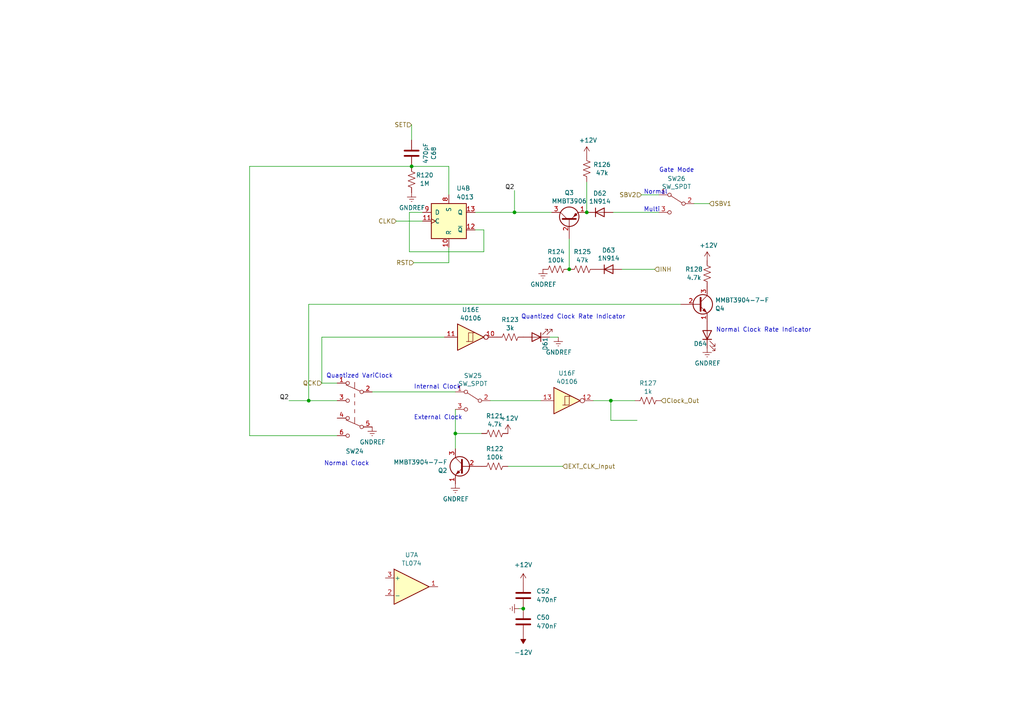
<source format=kicad_sch>
(kicad_sch (version 20230121) (generator eeschema)
  (paper "A4")
  (lib_symbols
    (symbol "4xxx:40106" (pin_names (offset 1.016))
      (property "Reference" "U" (at 0 1.27 0))
      (property "Value" "40106" (at 0 -1.27 0))
      (symbol "40106_1_0"
        (polyline (pts (xy -0.635 -1.27) (xy -0.635 1.27) (xy 0.635 1.27)))
        (polyline (pts (xy -3.81 3.81) (xy -3.81 -3.81) (xy 3.81 0) (xy -3.81 3.81)) (stroke (width 0.254)) (fill (type background)))
        (polyline (pts (xy -1.27 -1.27) (xy 0.635 -1.27) (xy 0.635 1.27) (xy 1.27 1.27)))
        (pin input line (at -7.62 0 0) (length 3.81) (name "~") (number "1"))
        (pin output inverted (at 7.62 0 180) (length 3.81) (name "~") (number "2"))
      )
      (symbol "40106_2_0"
        (polyline (pts (xy -0.635 -1.27) (xy -0.635 1.27) (xy 0.635 1.27)))
        (polyline (pts (xy -3.81 3.81) (xy -3.81 -3.81) (xy 3.81 0) (xy -3.81 3.81)) (stroke (width 0.254)) (fill (type background)))
        (polyline (pts (xy -1.27 -1.27) (xy 0.635 -1.27) (xy 0.635 1.27) (xy 1.27 1.27)))
        (pin input line (at -7.62 0 0) (length 3.81) (name "~") (number "3"))
        (pin output inverted (at 7.62 0 180) (length 3.81) (name "~") (number "4"))
      )
      (symbol "40106_3_0"
        (polyline (pts (xy -0.635 -1.27) (xy -0.635 1.27) (xy 0.635 1.27)))
        (polyline (pts (xy -3.81 3.81) (xy -3.81 -3.81) (xy 3.81 0) (xy -3.81 3.81)) (stroke (width 0.254)) (fill (type background)))
        (polyline (pts (xy -1.27 -1.27) (xy 0.635 -1.27) (xy 0.635 1.27) (xy 1.27 1.27)))
        (pin input line (at -7.62 0 0) (length 3.81) (name "~") (number "5"))
        (pin output inverted (at 7.62 0 180) (length 3.81) (name "~") (number "6"))
      )
      (symbol "40106_4_0"
        (polyline (pts (xy -0.635 -1.27) (xy -0.635 1.27) (xy 0.635 1.27)))
        (polyline (pts (xy -3.81 3.81) (xy -3.81 -3.81) (xy 3.81 0) (xy -3.81 3.81)) (stroke (width 0.254)) (fill (type background)))
        (polyline (pts (xy -1.27 -1.27) (xy 0.635 -1.27) (xy 0.635 1.27) (xy 1.27 1.27)))
        (pin output inverted (at 7.62 0 180) (length 3.81) (name "~") (number "8"))
        (pin input line (at -7.62 0 0) (length 3.81) (name "~") (number "9"))
      )
      (symbol "40106_5_0"
        (polyline (pts (xy -0.635 -1.27) (xy -0.635 1.27) (xy 0.635 1.27)))
        (polyline (pts (xy -3.81 3.81) (xy -3.81 -3.81) (xy 3.81 0) (xy -3.81 3.81)) (stroke (width 0.254)) (fill (type background)))
        (polyline (pts (xy -1.27 -1.27) (xy 0.635 -1.27) (xy 0.635 1.27) (xy 1.27 1.27)))
        (pin output inverted (at 7.62 0 180) (length 3.81) (name "~") (number "10"))
        (pin input line (at -7.62 0 0) (length 3.81) (name "~") (number "11"))
      )
      (symbol "40106_6_0"
        (polyline (pts (xy -0.635 -1.27) (xy -0.635 1.27) (xy 0.635 1.27)))
        (polyline (pts (xy -3.81 3.81) (xy -3.81 -3.81) (xy 3.81 0) (xy -3.81 3.81)) (stroke (width 0.254)) (fill (type background)))
        (polyline (pts (xy -1.27 -1.27) (xy 0.635 -1.27) (xy 0.635 1.27) (xy 1.27 1.27)))
        (pin output inverted (at 7.62 0 180) (length 3.81) (name "~") (number "12"))
        (pin input line (at -7.62 0 0) (length 3.81) (name "~") (number "13"))
      )
      (symbol "40106_7_0"
        (pin power_in line (at 0 12.7 270) (length 5.08) (name "VDD") (number "14"))
        (pin power_in line (at 0 -12.7 90) (length 5.08) (name "VSS") (number "7"))
      )
      (symbol "40106_7_1"
        (rectangle (start -5.08 7.62) (end 5.08 -7.62) (stroke (width 0.254)) (fill (type background)))
      )
    )
    (symbol "4xxx:4013" (pin_names (offset 1.016))
      (property "Reference" "U" (at -7.62 8.89 0))
      (property "Value" "4013" (at -7.62 -8.89 0))
      (symbol "4013_1_1"
        (rectangle (start -5.08 5.08) (end 5.08 -5.08) (stroke (width 0.254)) (fill (type background)))
        (pin output line (at 7.62 2.54 180) (length 2.54) (name "Q") (number "1"))
        (pin output line (at 7.62 -2.54 180) (length 2.54) (name "~{Q}") (number "2"))
        (pin input clock (at -7.62 0 0) (length 2.54) (name "C") (number "3"))
        (pin input line (at 0 -7.62 90) (length 2.54) (name "R") (number "4"))
        (pin input line (at -7.62 2.54 0) (length 2.54) (name "D") (number "5"))
        (pin input line (at 0 7.62 270) (length 2.54) (name "S") (number "6"))
      )
      (symbol "4013_2_1"
        (rectangle (start -5.08 5.08) (end 5.08 -5.08) (stroke (width 0.254)) (fill (type background)))
        (pin input line (at 0 -7.62 90) (length 2.54) (name "R") (number "10"))
        (pin input clock (at -7.62 0 0) (length 2.54) (name "C") (number "11"))
        (pin output line (at 7.62 -2.54 180) (length 2.54) (name "~{Q}") (number "12"))
        (pin output line (at 7.62 2.54 180) (length 2.54) (name "Q") (number "13"))
        (pin input line (at 0 7.62 270) (length 2.54) (name "S") (number "8"))
        (pin input line (at -7.62 2.54 0) (length 2.54) (name "D") (number "9"))
      )
      (symbol "4013_3_0"
        (pin power_in line (at 0 10.16 270) (length 2.54) (name "VDD") (number "14"))
        (pin power_in line (at 0 -10.16 90) (length 2.54) (name "VSS") (number "7"))
      )
      (symbol "4013_3_1"
        (rectangle (start -5.08 7.62) (end 5.08 -7.62) (stroke (width 0.254)) (fill (type background)))
      )
    )
    (symbol "Amplifier_Operational:TL074" (pin_names (offset 0.127))
      (property "Reference" "U" (at 0 5.08 0))
      (property "Value" "TL074" (at 0 -5.08 0))
      (symbol "TL074_1_1"
        (polyline (pts (xy -5.08 5.08) (xy 5.08 0) (xy -5.08 -5.08) (xy -5.08 5.08)) (stroke (width 0.254)) (fill (type background)))
        (pin output line (at 7.62 0 180) (length 2.54) (name "~") (number "1"))
        (pin input line (at -7.62 -2.54 0) (length 2.54) (name "-") (number "2"))
        (pin input line (at -7.62 2.54 0) (length 2.54) (name "+") (number "3"))
      )
      (symbol "TL074_2_1"
        (polyline (pts (xy -5.08 5.08) (xy 5.08 0) (xy -5.08 -5.08) (xy -5.08 5.08)) (stroke (width 0.254)) (fill (type background)))
        (pin input line (at -7.62 2.54 0) (length 2.54) (name "+") (number "5"))
        (pin input line (at -7.62 -2.54 0) (length 2.54) (name "-") (number "6"))
        (pin output line (at 7.62 0 180) (length 2.54) (name "~") (number "7"))
      )
      (symbol "TL074_3_1"
        (polyline (pts (xy -5.08 5.08) (xy 5.08 0) (xy -5.08 -5.08) (xy -5.08 5.08)) (stroke (width 0.254)) (fill (type background)))
        (pin input line (at -7.62 2.54 0) (length 2.54) (name "+") (number "10"))
        (pin output line (at 7.62 0 180) (length 2.54) (name "~") (number "8"))
        (pin input line (at -7.62 -2.54 0) (length 2.54) (name "-") (number "9"))
      )
      (symbol "TL074_4_1"
        (polyline (pts (xy -5.08 5.08) (xy 5.08 0) (xy -5.08 -5.08) (xy -5.08 5.08)) (stroke (width 0.254)) (fill (type background)))
        (pin input line (at -7.62 2.54 0) (length 2.54) (name "+") (number "12"))
        (pin input line (at -7.62 -2.54 0) (length 2.54) (name "-") (number "13"))
        (pin output line (at 7.62 0 180) (length 2.54) (name "~") (number "14"))
      )
      (symbol "TL074_5_1"
        (pin power_in line (at -2.54 -7.62 90) (length 3.81) (name "V-") (number "11"))
        (pin power_in line (at -2.54 7.62 270) (length 3.81) (name "V+") (number "4"))
      )
    )
    (symbol "Device:C" (pin_numbers hide) (pin_names (offset 0.254))
      (property "Reference" "C" (at 0.635 2.54 0))
      (property "Value" "C" (at 0.635 -2.54 0))
      (symbol "C_0_1"
        (polyline (pts (xy -2.032 -0.762) (xy 2.032 -0.762)) (stroke (width 0.508)))
        (polyline (pts (xy -2.032 0.762) (xy 2.032 0.762)) (stroke (width 0.508)))
      )
      (symbol "C_1_1"
        (pin passive line (at 0 3.81 270) (length 2.794) (name "~") (number "1"))
        (pin passive line (at 0 -3.81 90) (length 2.794) (name "~") (number "2"))
      )
    )
    (symbol "Device:LED" (pin_numbers hide) (pin_names (offset 1.016) hide)
      (property "Reference" "D" (at 0 2.54 0))
      (property "Value" "LED" (at 0 -2.54 0))
      (symbol "LED_0_1"
        (polyline (pts (xy -1.27 -1.27) (xy -1.27 1.27)) (stroke (width 0.254)))
        (polyline (pts (xy -1.27 0) (xy 1.27 0)))
        (polyline (pts (xy 1.27 -1.27) (xy 1.27 1.27) (xy -1.27 0) (xy 1.27 -1.27)) (stroke (width 0.254)))
        (polyline (pts (xy -3.048 -0.762) (xy -4.572 -2.286) (xy -3.81 -2.286) (xy -4.572 -2.286) (xy -4.572 -1.524)))
        (polyline (pts (xy -1.778 -0.762) (xy -3.302 -2.286) (xy -2.54 -2.286) (xy -3.302 -2.286) (xy -3.302 -1.524)))
      )
      (symbol "LED_1_1"
        (pin passive line (at -3.81 0 0) (length 2.54) (name "K") (number "1"))
        (pin passive line (at 3.81 0 180) (length 2.54) (name "A") (number "2"))
      )
    )
    (symbol "Device:R_US" (pin_numbers hide) (pin_names (offset 0))
      (property "Reference" "R" (at 2.54 0 90))
      (property "Value" "R_US" (at -2.54 0 90))
      (symbol "R_US_0_1"
        (polyline (pts (xy 0 -2.286) (xy 0 -2.54)))
        (polyline (pts (xy 0 2.286) (xy 0 2.54)))
        (polyline (pts (xy 0 -0.762) (xy 1.016 -1.143) (xy 0 -1.524) (xy -1.016 -1.905) (xy 0 -2.286)))
        (polyline (pts (xy 0 0.762) (xy 1.016 0.381) (xy 0 0) (xy -1.016 -0.381) (xy 0 -0.762)))
        (polyline (pts (xy 0 2.286) (xy 1.016 1.905) (xy 0 1.524) (xy -1.016 1.143) (xy 0 0.762)))
      )
      (symbol "R_US_1_1"
        (pin passive line (at 0 3.81 270) (length 1.27) (name "~") (number "1"))
        (pin passive line (at 0 -3.81 90) (length 1.27) (name "~") (number "2"))
      )
    )
    (symbol "Diode:1N914" (pin_numbers hide) (pin_names hide)
      (property "Reference" "D" (at 0 2.54 0))
      (property "Value" "1N914" (at 0 -2.54 0))
      (symbol "1N914_0_1"
        (polyline (pts (xy -1.27 1.27) (xy -1.27 -1.27)) (stroke (width 0.254)))
        (polyline (pts (xy 1.27 0) (xy -1.27 0)))
        (polyline (pts (xy 1.27 1.27) (xy 1.27 -1.27) (xy -1.27 0) (xy 1.27 1.27)) (stroke (width 0.254)))
      )
      (symbol "1N914_1_1"
        (pin passive line (at -3.81 0 0) (length 2.54) (name "K") (number "1"))
        (pin passive line (at 3.81 0 180) (length 2.54) (name "A") (number "2"))
      )
    )
    (symbol "Switch:SW_Push_DPDT" (pin_names (offset 0) hide)
      (property "Reference" "SW" (at 0 8.89 0))
      (property "Value" "SW_Push_DPDT" (at 0 -10.16 0))
      (symbol "SW_Push_DPDT_0_0"
        (circle (center -2.032 -5.08) (radius 0.508))
        (circle (center -2.032 5.08) (radius 0.508))
        (circle (center 2.032 -7.62) (radius 0.508))
        (circle (center 2.032 2.54) (radius 0.508))
      )
      (symbol "SW_Push_DPDT_0_1"
        (polyline (pts (xy -1.524 -4.826) (xy 2.54 -3.048)))
        (polyline (pts (xy -1.524 5.334) (xy 2.54 7.112)))
        (polyline (pts (xy 0 -2.286) (xy 0 -4.064)))
        (polyline (pts (xy 0 -1.016) (xy 0 0)))
        (polyline (pts (xy 0 1.27) (xy 0 2.286)))
        (polyline (pts (xy 0 3.556) (xy 0 4.572)))
        (polyline (pts (xy 0 7.874) (xy 0 6.096)))
        (circle (center 2.032 -2.54) (radius 0.508))
        (circle (center 2.032 7.62) (radius 0.508))
      )
      (symbol "SW_Push_DPDT_1_1"
        (pin passive line (at 5.08 7.62 180) (length 2.54) (name "A") (number "1"))
        (pin passive line (at -5.08 5.08 0) (length 2.54) (name "B") (number "2"))
        (pin passive line (at 5.08 2.54 180) (length 2.54) (name "C") (number "3"))
        (pin passive line (at 5.08 -2.54 180) (length 2.54) (name "A") (number "4"))
        (pin passive line (at -5.08 -5.08 0) (length 2.54) (name "B") (number "5"))
        (pin passive line (at 5.08 -7.62 180) (length 2.54) (name "C") (number "6"))
      )
    )
    (symbol "Switch:SW_SPDT" (pin_names (offset 0) hide)
      (property "Reference" "SW" (at 0 4.318 0))
      (property "Value" "SW_SPDT" (at 0 -5.08 0))
      (symbol "SW_SPDT_0_0"
        (circle (center -2.032 0) (radius 0.508))
        (circle (center 2.032 -2.54) (radius 0.508))
      )
      (symbol "SW_SPDT_0_1"
        (polyline (pts (xy -1.524 0.254) (xy 1.651 2.286)))
        (circle (center 2.032 2.54) (radius 0.508))
      )
      (symbol "SW_SPDT_1_1"
        (pin passive line (at 5.08 2.54 180) (length 2.54) (name "A") (number "1"))
        (pin passive line (at -5.08 0 0) (length 2.54) (name "B") (number "2"))
        (pin passive line (at 5.08 -2.54 180) (length 2.54) (name "C") (number "3"))
      )
    )
    (symbol "Transistor_BJT:2N3904" (pin_names (offset 0) hide)
      (property "Reference" "Q" (at 5.08 1.905 0))
      (property "Value" "2N3904" (at 5.08 0 0))
      (symbol "2N3904_0_1"
        (polyline (pts (xy 0.635 0.635) (xy 2.54 2.54)))
        (polyline (pts (xy 0.635 -0.635) (xy 2.54 -2.54) (xy 2.54 -2.54)))
        (polyline (pts (xy 0.635 1.905) (xy 0.635 -1.905) (xy 0.635 -1.905)) (stroke (width 0.508)))
        (polyline (pts (xy 1.27 -1.778) (xy 1.778 -1.27) (xy 2.286 -2.286) (xy 1.27 -1.778) (xy 1.27 -1.778)) (fill (type outline)))
        (circle (center 1.27 0) (radius 2.8194) (stroke (width 0.254)))
      )
      (symbol "2N3904_1_1"
        (pin passive line (at 2.54 -5.08 90) (length 2.54) (name "E") (number "1"))
        (pin passive line (at -5.08 0 0) (length 5.715) (name "B") (number "2"))
        (pin passive line (at 2.54 5.08 270) (length 2.54) (name "C") (number "3"))
      )
    )
    (symbol "Transistor_BJT:2N3906" (pin_names (offset 0) hide)
      (property "Reference" "Q" (at 5.08 1.905 0))
      (property "Value" "2N3906" (at 5.08 0 0))
      (symbol "2N3906_0_1"
        (polyline (pts (xy 0.635 0.635) (xy 2.54 2.54)))
        (polyline (pts (xy 0.635 -0.635) (xy 2.54 -2.54) (xy 2.54 -2.54)))
        (polyline (pts (xy 0.635 1.905) (xy 0.635 -1.905) (xy 0.635 -1.905)) (stroke (width 0.508)))
        (polyline (pts (xy 2.286 -1.778) (xy 1.778 -2.286) (xy 1.27 -1.27) (xy 2.286 -1.778) (xy 2.286 -1.778)) (fill (type outline)))
        (circle (center 1.27 0) (radius 2.8194) (stroke (width 0.254)))
      )
      (symbol "2N3906_1_1"
        (pin passive line (at 2.54 -5.08 90) (length 2.54) (name "E") (number "1"))
        (pin input line (at -5.08 0 0) (length 5.715) (name "B") (number "2"))
        (pin passive line (at 2.54 5.08 270) (length 2.54) (name "C") (number "3"))
      )
    )
    (symbol "power:+12V" (power) (pin_names (offset 0))
      (property "Value" "+12V" (at 0 3.556 0))
      (symbol "+12V_0_1"
        (polyline (pts (xy -0.762 1.27) (xy 0 2.54)))
        (polyline (pts (xy 0 0) (xy 0 2.54)))
        (polyline (pts (xy 0 2.54) (xy 0.762 1.27)))
      )
      (symbol "+12V_1_1"
        (pin power_in line (at 0 0 90) (length 0) hide (name "+12V") (number "1"))
      )
    )
    (symbol "power:-12V" (power) (pin_names (offset 0))
      (property "Value" "-12V" (at 0 3.81 0))
      (symbol "-12V_0_0"
        (pin power_in line (at 0 0 90) (length 0) hide (name "-12V") (number "1"))
      )
      (symbol "-12V_0_1"
        (polyline (pts (xy 0 0) (xy 0 1.27) (xy 0.762 1.27) (xy 0 2.54) (xy -0.762 1.27) (xy 0 1.27)) (fill (type outline)))
      )
    )
    (symbol "power:GNDREF" (power) (pin_names (offset 0))
      (property "Value" "GNDREF" (at 0 -3.81 0))
      (symbol "GNDREF_0_1"
        (polyline (pts (xy -0.635 -1.905) (xy 0.635 -1.905)))
        (polyline (pts (xy -0.127 -2.54) (xy 0.127 -2.54)))
        (polyline (pts (xy 0 -1.27) (xy 0 0)))
        (polyline (pts (xy 1.27 -1.27) (xy -1.27 -1.27)))
      )
      (symbol "GNDREF_1_1"
        (pin power_in line (at 0 0 270) (length 0) hide (name "GNDREF") (number "1"))
      )
    )
  )
  (junction (at 132.08 125.73))
  (junction (at 149.225 61.595))
  (junction (at 165.1 78.105))
  (junction (at 89.535 116.205))
  (junction (at 151.765 176.53))
  (junction (at 170.18 61.595))
  (junction (at 177.165 116.205))
  (junction (at 119.38 48.26))
  (wire (pts (xy 159.385 97.79) (xy 161.925 97.79)))
  (wire (pts (xy 114.935 64.135) (xy 122.555 64.135)))
  (wire (pts (xy 130.175 56.515) (xy 130.175 48.26)))
  (wire (pts (xy 140.335 66.675) (xy 137.795 66.675)))
  (wire (pts (xy 180.34 78.105) (xy 189.865 78.105)))
  (wire (pts (xy 97.79 116.205) (xy 89.535 116.205)))
  (wire (pts (xy 177.165 121.92) (xy 184.785 121.92)))
  (wire (pts (xy 149.225 55.245) (xy 149.225 61.595)))
  (wire (pts (xy 149.225 61.595) (xy 160.02 61.595)))
  (wire (pts (xy 130.175 71.755) (xy 130.175 76.2)))
  (wire (pts (xy 142.24 116.205) (xy 156.845 116.205)))
  (wire (pts (xy 165.1 69.215) (xy 165.1 78.105)))
  (wire (pts (xy 177.165 116.205) (xy 184.15 116.205)))
  (wire (pts (xy 83.82 116.205) (xy 89.535 116.205)))
  (wire (pts (xy 132.08 118.745) (xy 132.08 125.73)))
  (wire (pts (xy 137.795 61.595) (xy 149.225 61.595)))
  (wire (pts (xy 89.535 116.205) (xy 89.535 88.265)))
  (wire (pts (xy 93.345 111.125) (xy 93.345 97.79)))
  (wire (pts (xy 177.165 116.205) (xy 177.165 121.92)))
  (wire (pts (xy 120.015 76.2) (xy 130.175 76.2)))
  (wire (pts (xy 186.055 56.515) (xy 191.135 56.515)))
  (wire (pts (xy 119.38 36.195) (xy 119.38 40.64)))
  (wire (pts (xy 172.085 116.205) (xy 177.165 116.205)))
  (wire (pts (xy 72.39 48.26) (xy 72.39 126.365)))
  (wire (pts (xy 132.08 125.73) (xy 139.7 125.73)))
  (wire (pts (xy 140.335 73.025) (xy 140.335 66.675)))
  (wire (pts (xy 122.555 61.595) (xy 118.745 61.595)))
  (wire (pts (xy 93.345 97.79) (xy 128.905 97.79)))
  (wire (pts (xy 89.535 88.265) (xy 197.485 88.265)))
  (wire (pts (xy 147.32 135.255) (xy 163.195 135.255)))
  (wire (pts (xy 118.745 73.025) (xy 140.335 73.025)))
  (wire (pts (xy 170.18 52.705) (xy 170.18 61.595)))
  (wire (pts (xy 132.08 125.73) (xy 132.08 130.175)))
  (wire (pts (xy 119.38 48.26) (xy 72.39 48.26)))
  (wire (pts (xy 201.295 59.055) (xy 205.74 59.055)))
  (wire (pts (xy 130.175 48.26) (xy 119.38 48.26)))
  (wire (pts (xy 177.8 61.595) (xy 191.135 61.595)))
  (wire (pts (xy 107.95 113.665) (xy 132.08 113.665)))
  (wire (pts (xy 93.345 111.125) (xy 97.79 111.125)))
  (wire (pts (xy 150.495 176.53) (xy 151.765 176.53)))
  (wire (pts (xy 118.745 61.595) (xy 118.745 73.025)))
  (wire (pts (xy 72.39 126.365) (xy 97.79 126.365)))
  (text "Normal" (at 186.69 56.515 0) (effects (font (size 1.27 1.27)) (justify left bottom)))
  (text "Normal Clock" (at 93.98 135.255 0) (effects (font (size 1.27 1.27)) (justify left bottom)))
  (text "Quantized VariClock\n" (at 94.615 109.855 0) (effects (font (size 1.27 1.27)) (justify left bottom)))
  (text "External Clock\n" (at 120.015 121.92 0) (effects (font (size 1.27 1.27)) (justify left bottom)))
  (text "Quantized Clock Rate Indicator" (at 151.13 92.71 0) (effects (font (size 1.27 1.27)) (justify left bottom)))
  (text "Normal Clock Rate Indicator" (at 207.645 96.52 0) (effects (font (size 1.27 1.27)) (justify left bottom)))
  (text "Multi" (at 186.69 61.595 0) (effects (font (size 1.27 1.27)) (justify left bottom)))
  (text "Gate Mode" (at 191.135 50.165 0) (effects (font (size 1.27 1.27)) (justify left bottom)))
  (text "Internal Clock\n" (at 120.015 113.03 0) (effects (font (size 1.27 1.27)) (justify left bottom)))
  (label "Q2" (at 83.82 116.205 180))
  (label "Q2" (at 149.225 55.245 180))
  (hierarchical_label "SBV2" (shape input) (at 186.055 56.515 180))
  (hierarchical_label "SET" (shape input) (at 119.38 36.195 180))
  (hierarchical_label "RST" (shape input) (at 120.015 76.2 180))
  (hierarchical_label "Clock_Out" (shape input) (at 191.77 116.205 0))
  (hierarchical_label "CLK" (shape input) (at 114.935 64.135 180))
  (hierarchical_label "INH" (shape input) (at 189.865 78.105 0))
  (hierarchical_label "SBV1" (shape input) (at 205.74 59.055 0))
  (hierarchical_label "QCK" (shape input) (at 93.345 111.125 180))
  (hierarchical_label "EXT_CLK_Input" (shape input) (at 163.195 135.255 0))
  (symbol (lib_id "Device:R_US") (at 168.91 78.105 90) (unit 1)
    (property "Reference" "R125" (at 168.91 73.025 90))
    (property "Value" "47k" (at 168.91 75.4492 90))
    (property "Footprint" "Resistor_SMD:R_0603_1608Metric" (effects hide))
    (instances (project "SoundLab16StepSequencer" (path "" (reference "R125") (unit 1))) (project "AnalogTestBoard2" (path "" (reference "R?") (unit 1)) (path "" (reference "R?") (unit 1)) (path "" (reference "R?") (unit 1))) (project "SynthProj" (path "" (reference "R?") (unit 1)) (path "" (reference "R?") (unit 1)) (path "" (reference "R342") (unit 1))))
  )
  (symbol (lib_id "power:-12V") (at 151.765 184.15 180) (unit 1)
    (property "Reference" "#PWR0145" (effects hide))
    (property "Value" "-12V" (at 151.765 189.23 0))
    (instances (project "SoundLab16StepSequencer" (path "" (reference "#PWR0145") (unit 1)) (path "" (reference "#PWR0193") (unit 1)) (path "" (reference "#PWR0176") (unit 1))) (project "AnalogTestBoard2" (path "" (reference "#PWR?") (unit 1))) (project "SynthProj" (path "" (reference "#PWR0249") (unit 1))))
  )
  (symbol (lib_id "Diode:1N914") (at 173.99 61.595 0) (unit 1)
    (property "Reference" "D62" (at 173.99 56.0832 0))
    (property "Value" "1N914" (at 173.99 58.3946 0))
    (property "Footprint" "Diode_SMD:D_SOD-323F" (effects hide))
    (property "Datasheet" "http://www.vishay.com/docs/85622/1n914.pdf" (effects hide))
    (instances (project "SoundLab16StepSequencer" (path "" (reference "D62") (unit 1))) (project "SynthProj" (path "" (reference "D?") (unit 1)) (path "" (reference "D?") (unit 1)) (path "" (reference "D?") (unit 1)) (path "" (reference "D?") (unit 1)) (path "" (reference "D97") (unit 1))))
  )
  (symbol (lib_id "Transistor_BJT:2N3904") (at 134.62 135.255 0) (mirror y) (unit 1)
    (property "Reference" "Q2" (at 129.7686 136.4671 0) (effects (justify left)))
    (property "Value" "MMBT3904-7-F" (at 129.7686 134.0429 0) (effects (justify left)))
    (property "Footprint" "Package_TO_SOT_SMD:SOT-23-3" (effects hide))
    (property "Datasheet" "https://www.onsemi.com/pub/Collateral/2N3903-D.PDF" (effects hide))
    (instances (project "SoundLab16StepSequencer" (path "" (reference "Q2") (unit 1))) (project "SynthProj" (path "" (reference "Q25") (unit 1))))
  )
  (symbol (lib_id "Diode:1N914") (at 176.53 78.105 0) (unit 1)
    (property "Reference" "D63" (at 176.53 72.5932 0))
    (property "Value" "1N914" (at 176.53 74.9046 0))
    (property "Footprint" "Diode_SMD:D_SOD-323F" (effects hide))
    (property "Datasheet" "http://www.vishay.com/docs/85622/1n914.pdf" (effects hide))
    (instances (project "SoundLab16StepSequencer" (path "" (reference "D63") (unit 1))) (project "SynthProj" (path "" (reference "D?") (unit 1)) (path "" (reference "D?") (unit 1)) (path "" (reference "D?") (unit 1)) (path "" (reference "D?") (unit 1)) (path "" (reference "D98") (unit 1))))
  )
  (symbol (lib_id "Device:C") (at 119.38 44.45 180) (unit 1)
    (property "Reference" "C68" (at 125.7808 44.45 90))
    (property "Value" "470pF" (at 123.4694 44.45 90))
    (property "Footprint" "Capacitor_SMD:C_0603_1608Metric" (effects hide))
    (instances (project "SoundLab16StepSequencer" (path "" (reference "C68") (unit 1))) (project "SynthProj" (path "" (reference "C?") (unit 1)) (path "" (reference "C?") (unit 1)) (path "" (reference "C?") (unit 1)) (path "" (reference "C181") (unit 1))))
  )
  (symbol (lib_id "power:GNDREF") (at 119.38 55.88 0) (unit 1)
    (property "Reference" "#PWR0173" (effects hide))
    (property "Value" "GNDREF" (at 119.507 60.2742 0))
    (instances (project "SoundLab16StepSequencer" (path "" (reference "#PWR0173") (unit 1))) (project "SynthProj" (path "" (reference "#PWR?") (unit 1)) (path "" (reference "#PWR?") (unit 1)) (path "" (reference "#PWR?") (unit 1)) (path "" (reference "#PWR0410") (unit 1))))
  )
  (symbol (lib_id "power:GNDREF") (at 132.08 140.335 0) (unit 1)
    (property "Reference" "#PWR0174" (effects hide))
    (property "Value" "GNDREF" (at 132.207 144.7292 0))
    (instances (project "SoundLab16StepSequencer" (path "" (reference "#PWR0174") (unit 1))) (project "SynthProj" (path "" (reference "#PWR?") (unit 1)) (path "" (reference "#PWR?") (unit 1)) (path "" (reference "#PWR?") (unit 1)) (path "" (reference "#PWR0411") (unit 1))))
  )
  (symbol (lib_id "Transistor_BJT:2N3906") (at 165.1 64.135 90) (unit 1)
    (property "Reference" "Q3" (at 165.1 55.9013 90))
    (property "Value" "MMBT3906" (at 165.1 58.3255 90))
    (property "Footprint" "Package_TO_SOT_SMD:SOT-23-3" (effects hide))
    (property "Datasheet" "https://www.onsemi.com/pub/Collateral/2N3906-D.PDF" (effects hide))
    (instances (project "SoundLab16StepSequencer" (path "" (reference "Q3") (unit 1))) (project "SynthProj" (path "" (reference "Q26") (unit 1))))
  )
  (symbol (lib_id "Device:R_US") (at 187.96 116.205 90) (unit 1)
    (property "Reference" "R127" (at 187.96 111.125 90))
    (property "Value" "1k" (at 187.96 113.5492 90))
    (property "Footprint" "Resistor_SMD:R_0603_1608Metric" (effects hide))
    (instances (project "SoundLab16StepSequencer" (path "" (reference "R127") (unit 1))) (project "AnalogTestBoard2" (path "" (reference "R?") (unit 1)) (path "" (reference "R?") (unit 1)) (path "" (reference "R?") (unit 1))) (project "SynthProj" (path "" (reference "R?") (unit 1)) (path "" (reference "R?") (unit 1)) (path "" (reference "R344") (unit 1))))
  )
  (symbol (lib_id "Switch:SW_Push_DPDT") (at 102.87 118.745 0) (mirror y) (unit 1)
    (property "Reference" "SW24" (at 102.87 130.8903 0))
    (property "Value" "SW_Push_DPDT" (effects hide))
    (property "Footprint" "SynthProjConnectors:MTS-203-A1-T0" (effects hide))
    (instances (project "SoundLab16StepSequencer" (path "" (reference "SW24") (unit 1))) (project "AnalogTestBoard2" (path "" (reference "SW?") (unit 1))) (project "SynthProj" (path "" (reference "SW?") (unit 1)) (path "" (reference "SW48") (unit 1))))
  )
  (symbol (lib_id "power:GNDREF") (at 107.95 123.825 0) (unit 1)
    (property "Reference" "#PWR0172" (effects hide))
    (property "Value" "GNDREF" (at 108.077 128.2192 0))
    (instances (project "SoundLab16StepSequencer" (path "" (reference "#PWR0172") (unit 1))) (project "SynthProj" (path "" (reference "#PWR?") (unit 1)) (path "" (reference "#PWR?") (unit 1)) (path "" (reference "#PWR?") (unit 1)) (path "" (reference "#PWR0409") (unit 1))))
  )
  (symbol (lib_id "Device:R_US") (at 147.955 97.79 90) (unit 1)
    (property "Reference" "R123" (at 147.955 92.71 90))
    (property "Value" "3k" (at 147.955 95.1342 90))
    (property "Footprint" "Resistor_SMD:R_0603_1608Metric" (effects hide))
    (instances (project "SoundLab16StepSequencer" (path "" (reference "R123") (unit 1))) (project "AnalogTestBoard2" (path "" (reference "R?") (unit 1)) (path "" (reference "R?") (unit 1)) (path "" (reference "R?") (unit 1))) (project "SynthProj" (path "" (reference "R?") (unit 1)) (path "" (reference "R?") (unit 1)) (path "" (reference "R340") (unit 1))))
  )
  (symbol (lib_id "power:+12V") (at 205.105 75.565 0) (unit 1)
    (property "Reference" "#PWR0182" (effects hide))
    (property "Value" "+12V" (at 205.486 71.1708 0))
    (instances (project "SoundLab16StepSequencer" (path "" (reference "#PWR0182") (unit 1))) (project "SynthProj" (path "" (reference "#PWR?") (unit 1)) (path "" (reference "#PWR?") (unit 1)) (path "" (reference "#PWR?") (unit 1)) (path "" (reference "#PWR0419") (unit 1))))
  )
  (symbol (lib_id "Device:C") (at 151.765 180.34 0) (unit 1)
    (property "Reference" "C50" (at 155.575 179.07 0) (effects (justify left)))
    (property "Value" "470nF" (at 155.575 181.61 0) (effects (justify left)))
    (property "Footprint" "Capacitor_SMD:C_0805_2012Metric" (effects hide))
    (instances (project "SoundLab16StepSequencer" (path "" (reference "C50") (unit 1)) (path "" (reference "C35") (unit 1)) (path "" (reference "C39") (unit 1))) (project "AnalogTestBoard2" (path "" (reference "C?") (unit 1))) (project "SynthProj" (path "" (reference "C104") (unit 1))))
  )
  (symbol (lib_id "Device:R_US") (at 205.105 79.375 180) (unit 1)
    (property "Reference" "R128" (at 201.295 78.105 0))
    (property "Value" "4.7k" (at 201.295 80.5292 0))
    (property "Footprint" "Resistor_SMD:R_0603_1608Metric" (effects hide))
    (instances (project "SoundLab16StepSequencer" (path "" (reference "R128") (unit 1))) (project "AnalogTestBoard2" (path "" (reference "R?") (unit 1)) (path "" (reference "R?") (unit 1)) (path "" (reference "R?") (unit 1))) (project "SynthProj" (path "" (reference "R?") (unit 1)) (path "" (reference "R?") (unit 1)) (path "" (reference "R345") (unit 1))))
  )
  (symbol (lib_id "Device:R_US") (at 143.51 125.73 90) (unit 1)
    (property "Reference" "R121" (at 143.51 120.65 90))
    (property "Value" "4.7k" (at 143.51 123.0742 90))
    (property "Footprint" "Resistor_SMD:R_0603_1608Metric" (effects hide))
    (instances (project "SoundLab16StepSequencer" (path "" (reference "R121") (unit 1))) (project "AnalogTestBoard2" (path "" (reference "R?") (unit 1)) (path "" (reference "R?") (unit 1)) (path "" (reference "R?") (unit 1))) (project "SynthProj" (path "" (reference "R?") (unit 1)) (path "" (reference "R?") (unit 1)) (path "" (reference "R338") (unit 1))))
  )
  (symbol (lib_id "Device:R_US") (at 143.51 135.255 90) (unit 1)
    (property "Reference" "R122" (at 143.51 130.175 90))
    (property "Value" "100k" (at 143.51 132.5992 90))
    (property "Footprint" "Resistor_SMD:R_0603_1608Metric" (effects hide))
    (instances (project "SoundLab16StepSequencer" (path "" (reference "R122") (unit 1))) (project "AnalogTestBoard2" (path "" (reference "R?") (unit 1)) (path "" (reference "R?") (unit 1)) (path "" (reference "R?") (unit 1))) (project "SynthProj" (path "" (reference "R?") (unit 1)) (path "" (reference "R?") (unit 1)) (path "" (reference "R339") (unit 1))))
  )
  (symbol (lib_id "Device:C") (at 151.765 172.72 0) (unit 1)
    (property "Reference" "C52" (at 155.575 171.45 0) (effects (justify left)))
    (property "Value" "470nF" (at 155.575 173.99 0) (effects (justify left)))
    (property "Footprint" "Capacitor_SMD:C_0805_2012Metric" (effects hide))
    (instances (project "SoundLab16StepSequencer" (path "" (reference "C52") (unit 1)) (path "" (reference "C34") (unit 1)) (path "" (reference "C38") (unit 1))) (project "AnalogTestBoard2" (path "" (reference "C?") (unit 1))) (project "SynthProj" (path "" (reference "C104") (unit 1))))
  )
  (symbol (lib_id "power:+12V") (at 170.18 45.085 0) (unit 1)
    (property "Reference" "#PWR0181" (effects hide))
    (property "Value" "+12V" (at 170.561 40.6908 0))
    (instances (project "SoundLab16StepSequencer" (path "" (reference "#PWR0181") (unit 1))) (project "SynthProj" (path "" (reference "#PWR?") (unit 1)) (path "" (reference "#PWR?") (unit 1)) (path "" (reference "#PWR?") (unit 1)) (path "" (reference "#PWR0418") (unit 1))))
  )
  (symbol (lib_id "power:GNDREF") (at 150.495 176.53 270) (unit 1)
    (property "Reference" "#PWR0143" (effects hide))
    (property "Value" "GNDREF" (effects hide))
    (instances (project "SoundLab16StepSequencer" (path "" (reference "#PWR0143") (unit 1)) (path "" (reference "#PWR0191") (unit 1)) (path "" (reference "#PWR0148") (unit 1))) (project "AnalogTestBoard2" (path "" (reference "#PWR?") (unit 1))) (project "SynthProj" (path "" (reference "#PWR0247") (unit 1))))
  )
  (symbol (lib_id "Transistor_BJT:2N3904") (at 202.565 88.265 0) (unit 1)
    (property "Reference" "Q4" (at 207.4164 89.4771 0) (effects (justify left)))
    (property "Value" "MMBT3904-7-F" (at 207.4164 87.0529 0) (effects (justify left)))
    (property "Footprint" "Package_TO_SOT_SMD:SOT-23-3" (effects hide))
    (property "Datasheet" "https://www.onsemi.com/pub/Collateral/2N3903-D.PDF" (effects hide))
    (instances (project "SoundLab16StepSequencer" (path "" (reference "Q4") (unit 1))) (project "SynthProj" (path "" (reference "Q27") (unit 1))))
  )
  (symbol (lib_id "power:+12V") (at 151.765 168.91 0) (unit 1)
    (property "Reference" "#PWR0144" (effects hide))
    (property "Value" "+12V" (at 151.765 163.83 0))
    (instances (project "SoundLab16StepSequencer" (path "" (reference "#PWR0144") (unit 1)) (path "" (reference "#PWR0192") (unit 1)) (path "" (reference "#PWR0175") (unit 1))) (project "AnalogTestBoard2" (path "" (reference "#PWR?") (unit 1))) (project "SynthProj" (path "" (reference "#PWR0248") (unit 1))))
  )
  (symbol (lib_id "Device:R_US") (at 170.18 48.895 180) (unit 1)
    (property "Reference" "R126" (at 174.625 47.7408 0))
    (property "Value" "47k" (at 174.625 50.165 0))
    (property "Footprint" "Resistor_SMD:R_0603_1608Metric" (effects hide))
    (instances (project "SoundLab16StepSequencer" (path "" (reference "R126") (unit 1))) (project "AnalogTestBoard2" (path "" (reference "R?") (unit 1)) (path "" (reference "R?") (unit 1)) (path "" (reference "R?") (unit 1))) (project "SynthProj" (path "" (reference "R?") (unit 1)) (path "" (reference "R?") (unit 1)) (path "" (reference "R343") (unit 1))))
  )
  (symbol (lib_id "power:GNDREF") (at 161.925 97.79 0) (unit 1)
    (property "Reference" "#PWR0180" (effects hide))
    (property "Value" "GNDREF" (at 162.052 102.1842 0))
    (instances (project "SoundLab16StepSequencer" (path "" (reference "#PWR0180") (unit 1))) (project "SynthProj" (path "" (reference "#PWR?") (unit 1)) (path "" (reference "#PWR?") (unit 1)) (path "" (reference "#PWR?") (unit 1)) (path "" (reference "#PWR0417") (unit 1))))
  )
  (symbol (lib_id "Switch:SW_SPDT") (at 196.215 59.055 0) (mirror y) (unit 1)
    (property "Reference" "SW26" (at 196.215 51.816 0))
    (property "Value" "SW_SPDT" (at 196.215 54.1274 0))
    (property "Footprint" "SynthProjConnectors:MTS-103-A01-T0" (effects hide))
    (instances (project "SoundLab16StepSequencer" (path "" (reference "SW26") (unit 1))) (project "SynthProj" (path "" (reference "SW?") (unit 1)) (path "" (reference "SW50") (unit 1))))
  )
  (symbol (lib_id "4xxx:40106") (at 136.525 97.79 0) (unit 5)
    (property "Reference" "U16" (at 136.525 89.8357 0))
    (property "Value" "40106" (at 136.525 92.2599 0))
    (property "Footprint" "Package_SO:SOIC-14_3.9x8.7mm_P1.27mm" (effects hide))
    (property "Datasheet" "https://assets.nexperia.com/documents/data-sheet/HEF40106B.pdf" (effects hide))
    (instances (project "SoundLab16StepSequencer" (path "" (reference "U16") (unit 5))) (project "SynthProj" (path "" (reference "U?") (unit 5)) (path "" (reference "U34") (unit 5))))
  )
  (symbol (lib_id "power:GNDREF") (at 205.105 100.965 0) (unit 1)
    (property "Reference" "#PWR0183" (effects hide))
    (property "Value" "GNDREF" (at 205.232 105.3592 0))
    (instances (project "SoundLab16StepSequencer" (path "" (reference "#PWR0183") (unit 1))) (project "SynthProj" (path "" (reference "#PWR?") (unit 1)) (path "" (reference "#PWR?") (unit 1)) (path "" (reference "#PWR?") (unit 1)) (path "" (reference "#PWR0420") (unit 1))))
  )
  (symbol (lib_id "Device:R_US") (at 119.38 52.07 0) (unit 1)
    (property "Reference" "R120" (at 123.19 50.8 0))
    (property "Value" "1M" (at 123.19 53.2242 0))
    (property "Footprint" "Resistor_SMD:R_0603_1608Metric" (effects hide))
    (instances (project "SoundLab16StepSequencer" (path "" (reference "R120") (unit 1))) (project "AnalogTestBoard2" (path "" (reference "R?") (unit 1)) (path "" (reference "R?") (unit 1)) (path "" (reference "R?") (unit 1))) (project "SynthProj" (path "" (reference "R?") (unit 1)) (path "" (reference "R?") (unit 1)) (path "" (reference "R337") (unit 1))))
  )
  (symbol (lib_id "4xxx:4013") (at 130.175 64.135 0) (unit 2)
    (property "Reference" "U4" (at 132.3691 54.61 0) (effects (justify left)))
    (property "Value" "4013" (at 132.3691 57.15 0) (effects (justify left)))
    (property "Footprint" "Package_SO:SOIC-14_3.9x8.7mm_P1.27mm" (effects hide))
    (property "Datasheet" "http://www.onsemi.com/pub/Collateral/MC14013B-D.PDF" (effects hide))
    (instances (project "SoundLab16StepSequencer" (path "" (reference "U4") (unit 2))) (project "SynthProj" (path "" (reference "U?") (unit 2)) (path "" (reference "U33") (unit 2))))
  )
  (symbol (lib_id "4xxx:40106") (at 164.465 116.205 0) (unit 6)
    (property "Reference" "U16" (at 164.465 108.2507 0))
    (property "Value" "40106" (at 164.465 110.6749 0))
    (property "Footprint" "Package_SO:SOIC-14_3.9x8.7mm_P1.27mm" (effects hide))
    (property "Datasheet" "https://assets.nexperia.com/documents/data-sheet/HEF40106B.pdf" (effects hide))
    (instances (project "SoundLab16StepSequencer" (path "" (reference "U16") (unit 6))) (project "SynthProj" (path "" (reference "U?") (unit 6)) (path "" (reference "U34") (unit 6))))
  )
  (symbol (lib_id "power:+12V") (at 147.32 125.73 0) (unit 1)
    (property "Reference" "#PWR0178" (effects hide))
    (property "Value" "+12V" (at 147.701 121.3358 0))
    (instances (project "SoundLab16StepSequencer" (path "" (reference "#PWR0178") (unit 1))) (project "SynthProj" (path "" (reference "#PWR?") (unit 1)) (path "" (reference "#PWR?") (unit 1)) (path "" (reference "#PWR?") (unit 1)) (path "" (reference "#PWR0415") (unit 1))))
  )
  (symbol (lib_id "Amplifier_Operational:TL074") (at 119.38 170.18 0) (unit 1)
    (property "Reference" "U7" (at 119.38 160.9557 0))
    (property "Value" "TL074" (at 119.38 163.3799 0))
    (property "Footprint" "Package_SO:SO-14_3.9x8.65mm_P1.27mm" (effects hide))
    (property "Datasheet" "http://www.ti.com/lit/ds/symlink/tl071.pdf" (effects hide))
    (instances (project "SoundLab16StepSequencer" (path "" (reference "U7") (unit 1))) (project "SynthProj" (path "" (reference "U?") (unit 1)) (path "" (reference "U36") (unit 1))))
  )
  (symbol (lib_id "Device:LED") (at 155.575 97.79 180) (unit 1)
    (property "Reference" "D61" (at 158.115 97.79 90) (effects (justify left)))
    (property "Value" "LED" (effects hide))
    (property "Footprint" "LED_THT:LED_D5.0mm" (effects hide))
    (instances (project "SoundLab16StepSequencer" (path "" (reference "D61") (unit 1))) (project "AnalogTestBoard2" (path "" (reference "D?") (unit 1))) (project "SynthProj" (path "" (reference "D?") (unit 1)) (path "" (reference "D?") (unit 1)) (path "" (reference "D96") (unit 1))))
  )
  (symbol (lib_id "Device:R_US") (at 161.29 78.105 90) (unit 1)
    (property "Reference" "R124" (at 161.29 73.025 90))
    (property "Value" "100k" (at 161.29 75.4492 90))
    (property "Footprint" "Resistor_SMD:R_0603_1608Metric" (effects hide))
    (instances (project "SoundLab16StepSequencer" (path "" (reference "R124") (unit 1))) (project "AnalogTestBoard2" (path "" (reference "R?") (unit 1)) (path "" (reference "R?") (unit 1)) (path "" (reference "R?") (unit 1))) (project "SynthProj" (path "" (reference "R?") (unit 1)) (path "" (reference "R?") (unit 1)) (path "" (reference "R341") (unit 1))))
  )
  (symbol (lib_id "Switch:SW_SPDT") (at 137.16 116.205 0) (mirror y) (unit 1)
    (property "Reference" "SW25" (at 137.16 108.966 0))
    (property "Value" "SW_SPDT" (at 137.16 111.2774 0))
    (property "Footprint" "SynthProjConnectors:MTS-103-A01-T0" (effects hide))
    (instances (project "SoundLab16StepSequencer" (path "" (reference "SW25") (unit 1))) (project "SynthProj" (path "" (reference "SW?") (unit 1)) (path "" (reference "SW49") (unit 1))))
  )
  (symbol (lib_id "power:GNDREF") (at 157.48 78.105 0) (unit 1)
    (property "Reference" "#PWR0179" (effects hide))
    (property "Value" "GNDREF" (at 157.607 82.4992 0))
    (instances (project "SoundLab16StepSequencer" (path "" (reference "#PWR0179") (unit 1))) (project "SynthProj" (path "" (reference "#PWR?") (unit 1)) (path "" (reference "#PWR?") (unit 1)) (path "" (reference "#PWR?") (unit 1)) (path "" (reference "#PWR0416") (unit 1))))
  )
  (symbol (lib_id "Device:LED") (at 205.105 97.155 90) (unit 1)
    (property "Reference" "D64" (at 205.105 99.695 90) (effects (justify left)))
    (property "Value" "LED" (effects hide))
    (property "Footprint" "LED_THT:LED_D5.0mm" (effects hide))
    (instances (project "SoundLab16StepSequencer" (path "" (reference "D64") (unit 1))) (project "AnalogTestBoard2" (path "" (reference "D?") (unit 1))) (project "SynthProj" (path "" (reference "D?") (unit 1)) (path "" (reference "D?") (unit 1)) (path "" (reference "D99") (unit 1))))
  )
)
</source>
